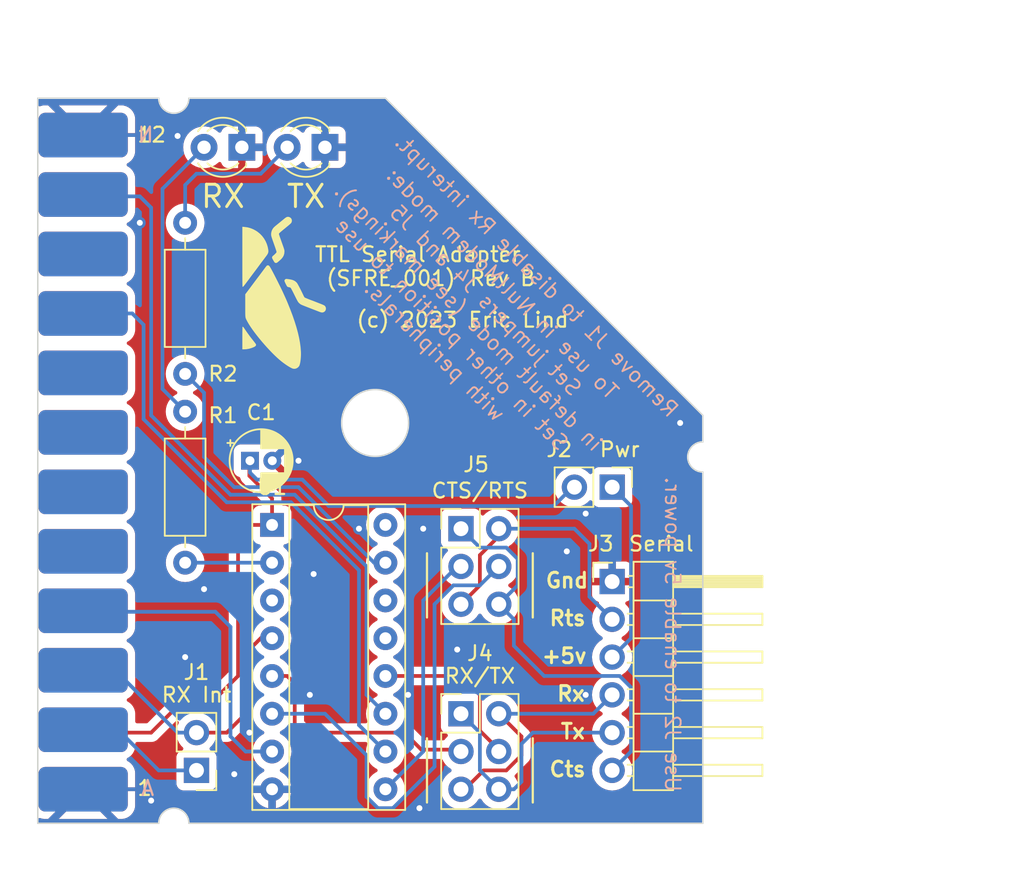
<source format=kicad_pcb>
(kicad_pcb (version 20221018) (generator pcbnew)
  (layers (0 "F.Cu" signal) (31 "B.Cu" signal) (34 "B.Paste" user) (35 "F.Paste" user) (36 "B.SilkS" user "B.Silkscreen") (37 "F.SilkS" user "F.Silkscreen") (38 "B.Mask" user) (39 "F.Mask" user) (44 "Edge.Cuts" user))
  (net 0 "")
  (net 1 "+5V")
  (net 2 "GND")
  (net 3 "RX")
  (net 4 "TX")
  (net 5 "CTS")
  (net 6 "RTS")
  (net 7 "Net-(CN1-FLAG)")
  (net 8 "Net-(CN1-PB0)")
  (net 9 "Net-(CN1-PB1)")
  (net 10 "Net-(CN1-PB6)")
  (net 11 "Net-(CN1-PA2)")
  (net 26 "Net-(J3-Pin_2)")
  (net 27 "Net-(J3-Pin_4)")
  (net 28 "Net-(J3-Pin_5)")
  (net 29 "Net-(J3-Pin_6)")
  (net 30 "Net-(J2-A)")
  (net 31 "Net-(R1-Pad1)")
  (net 32 "Net-(R2-Pad1)")
  (net 33 "Net-(D1-A)")
  (net 34 "Net-(D2-A)")
  (footprint "userport_cbm:userport_cbm" (layer "F.Cu") (at 133.096 129.442 180)
    (fp_text reference "CN1" hide)
    (fp_text value "~" hide)
    (pad "1" smd roundrect (at 0 6 180) (size 6 3) (layers "F.Cu" "F.Paste") (roundrect_rratio 0.15) (net 2 "GND"))
    (pad "2" smd roundrect (at 0 10 180) (size 6 3) (layers "F.Cu" "F.Paste") (roundrect_rratio 0.15) (net 1 "+5V"))
    (pad "3" smd roundrect (at 0 14 180) (size 6 3) (layers "F.Cu" "F.Paste") (roundrect_rratio 0.15))
    (pad "4" smd roundrect (at 0 18 180) (size 6 3) (layers "F.Cu" "F.Paste") (roundrect_rratio 0.15))
    (pad "5" smd roundrect (at 0 22 180) (size 6 3) (layers "F.Cu" "F.Paste") (roundrect_rratio 0.15))
    (pad "6" smd roundrect (at 0 26 180) (size 6 3) (layers "F.Cu" "F.Paste") (roundrect_rratio 0.15))
    (pad "7" smd roundrect (at 0 30 180) (size 6 3) (layers "F.Cu" "F.Paste") (roundrect_rratio 0.15))
    (pad "8" smd roundrect (at 0 34 180) (size 6 3) (layers "F.Cu" "F.Paste") (roundrect_rratio 0.15))
    (pad "9" smd roundrect (at 0 38 180) (size 6 3) (layers "F.Cu" "F.Paste") (roundrect_rratio 0.15))
    (pad "10" smd roundrect (at 0 42 180) (size 6 3) (layers "F.Cu" "F.Paste") (roundrect_rratio 0.15))
    (pad "11" smd roundrect (at 0 46 180) (size 6 3) (layers "F.Cu" "F.Paste") (roundrect_rratio 0.15))
    (pad "12" smd roundrect (at 0 50 180) (size 6 3) (layers "F.Cu" "F.Paste") (roundrect_rratio 0.15) (net 2 "GND"))
    (pad "A" smd roundrect (at 0 6 180) (size 6 3) (layers "B.Cu" "B.Paste") (roundrect_rratio 0.15) (net 2 "GND"))
    (pad "B" smd roundrect (at 0 10 180) (size 6 3) (layers "B.Cu" "B.Paste") (roundrect_rratio 0.15) (net 7 "Net-(CN1-FLAG)"))
    (pad "C" smd roundrect (at 0 14 180) (size 6 3) (layers "B.Cu" "B.Paste") (roundrect_rratio 0.15) (net 8 "Net-(CN1-PB0)"))
    (pad "D" smd roundrect (at 0 18 180) (size 6 3) (layers "B.Cu" "B.Paste") (roundrect_rratio 0.15) (net 9 "Net-(CN1-PB1)"))
    (pad "E" smd roundrect (at 0 22 180) (size 6 3) (layers "B.Cu" "B.Paste") (roundrect_rratio 0.15))
    (pad "F" smd roundrect (at 0 26 180) (size 6 3) (layers "B.Cu" "B.Paste") (roundrect_rratio 0.15))
    (pad "H" smd roundrect (at 0 30 180) (size 6 3) (layers "B.Cu" "B.Paste") (roundrect_rratio 0.15))
    (pad "J" smd roundrect (at 0 34 180) (size 6 3) (layers "B.Cu" "B.Paste") (roundrect_rratio 0.15))
    (pad "K" smd roundrect (at 0 38 180) (size 6 3) (layers "B.Cu" "B.Paste") (roundrect_rratio 0.15) (net 10 "Net-(CN1-PB6)"))
    (pad "L" smd roundrect (at 0 42 180) (size 6 3) (layers "B.Cu" "B.Paste") (roundrect_rratio 0.15))
    (pad "M" smd roundrect (at 0 46 180) (size 6 3) (layers "B.Cu" "B.Paste") (roundrect_rratio 0.15) (net 11 "Net-(CN1-PA2)"))
    (pad "N" smd roundrect (at 0 50 180) (size 6 3) (layers "B.Cu" "B.Paste") (roundrect_rratio 0.15) (net 2 "GND"))
  )
  (footprint "Connector_PinHeader_2.54mm:PinHeader_2x03_P2.54mm_Vertical" (layer "F.Cu") (at 158.496 105.918)
    (fp_text reference "J5" (at 1.016 -4.318) (layer "F.SilkS"))
    (fp_text value "CTS/RTS" (at 1.27 -2.555) (layer "F.SilkS"))
    (pad "1" thru_hole rect (at 0 0) (size 1.7 1.7) (drill 1) (layers "*.Cu" "*.Mask") (net 29 "Net-(J3-Pin_6)"))
    (pad "2" thru_hole oval (at 2.54 0) (size 1.7 1.7) (drill 1) (layers "*.Cu" "*.Mask") (net 26 "Net-(J3-Pin_2)"))
    (pad "3" thru_hole oval (at 0 2.54) (size 1.7 1.7) (drill 1) (layers "*.Cu" "*.Mask") (net 5 "CTS"))
    (pad "4" thru_hole oval (at 2.54 2.54) (size 1.7 1.7) (drill 1) (layers "*.Cu" "*.Mask") (net 6 "RTS"))
    (pad "5" thru_hole oval (at 0 5.08) (size 1.7 1.7) (drill 1) (layers "*.Cu" "*.Mask") (net 26 "Net-(J3-Pin_2)"))
    (pad "6" thru_hole oval (at 2.54 5.08) (size 1.7 1.7) (drill 1) (layers "*.Cu" "*.Mask") (net 29 "Net-(J3-Pin_6)"))
  )
  (footprint "Package_DIP:DIP-16_W7.62mm_Socket" (layer "F.Cu") (at 145.796 105.664)
    (fp_text reference "U1" (at 0 -2.54) (layer "F.SilkS"))
    (fp_text value "4050")
    (pad "1" thru_hole rect (at 0 0) (size 1.6 1.6) (drill 0.8) (layers "*.Cu" "*.Mask") (net 1 "+5V"))
    (pad "2" thru_hole oval (at 0 2.54) (size 1.6 1.6) (drill 0.8) (layers "*.Cu" "*.Mask") (net 31 "Net-(R1-Pad1)"))
    (pad "3" thru_hole oval (at 0 5.08) (size 1.6 1.6) (drill 0.8) (layers "*.Cu" "*.Mask") (net 3 "RX"))
    (pad "4" thru_hole oval (at 0 7.62) (size 1.6 1.6) (drill 0.8) (layers "*.Cu" "*.Mask") (net 8 "Net-(CN1-PB0)"))
    (pad "5" thru_hole oval (at 0 10.16) (size 1.6 1.6) (drill 0.8) (layers "*.Cu" "*.Mask") (net 3 "RX"))
    (pad "6" thru_hole oval (at 0 12.7) (size 1.6 1.6) (drill 0.8) (layers "*.Cu" "*.Mask") (net 6 "RTS"))
    (pad "7" thru_hole oval (at 0 15.24) (size 1.6 1.6) (drill 0.8) (layers "*.Cu" "*.Mask") (net 9 "Net-(CN1-PB1)"))
    (pad "8" thru_hole oval (at 0 17.78) (size 1.6 1.6) (drill 0.8) (layers "*.Cu" "*.Mask") (net 2 "GND"))
    (pad "9" thru_hole oval (at 7.62 17.78) (size 1.6 1.6) (drill 0.8) (layers "*.Cu" "*.Mask") (net 5 "CTS"))
    (pad "10" thru_hole oval (at 7.62 15.24) (size 1.6 1.6) (drill 0.8) (layers "*.Cu" "*.Mask") (net 10 "Net-(CN1-PB6)"))
    (pad "11" thru_hole oval (at 7.62 12.7) (size 1.6 1.6) (drill 0.8) (layers "*.Cu" "*.Mask") (net 11 "Net-(CN1-PA2)"))
    (pad "12" thru_hole oval (at 7.62 10.16) (size 1.6 1.6) (drill 0.8) (layers "*.Cu" "*.Mask") (net 4 "TX"))
    (pad "13" thru_hole oval (at 7.62 7.62) (size 1.6 1.6) (drill 0.8) (layers "*.Cu" "*.Mask"))
    (pad "14" thru_hole oval (at 7.62 5.08) (size 1.6 1.6) (drill 0.8) (layers "*.Cu" "*.Mask") (net 4 "TX"))
    (pad "15" thru_hole oval (at 7.62 2.54) (size 1.6 1.6) (drill 0.8) (layers "*.Cu" "*.Mask") (net 32 "Net-(R2-Pad1)"))
    (pad "16" thru_hole oval (at 7.62 0) (size 1.6 1.6) (drill 0.8) (layers "*.Cu" "*.Mask"))
  )
  (footprint "Connector_PinHeader_2.54mm:PinHeader_1x02_P2.54mm_Vertical" (layer "F.Cu") (at 168.661 103.124 -90)
    (fp_text reference "J2" (at -2.54 3.561 -180) (layer "F.SilkS"))
    (fp_text value "Pwr" (at -2.54 -0.503) (layer "F.SilkS"))
    (pad "1" thru_hole rect (at 0 0 270) (size 1.7 1.7) (drill 1) (layers "*.Cu" "*.Mask") (net 30 "Net-(J2-A)"))
    (pad "2" thru_hole oval (at 0 2.54 270) (size 1.7 1.7) (drill 1) (layers "*.Cu" "*.Mask") (net 1 "+5V"))
  )
  (footprint "Capacitor_THT:CP_Radial_D4.0mm_P1.50mm" (layer "F.Cu") (at 144.311401 101.346)
    (fp_text reference "C1" (at 0.75 -3.25) (layer "F.SilkS"))
    (fp_text value "C")
    (pad "1" thru_hole rect (at 0 0) (size 1.2 1.2) (drill 0.6) (layers "*.Cu" "*.Mask") (net 1 "+5V"))
    (pad "2" thru_hole circle (at 1.5 0) (size 1.2 1.2) (drill 0.6) (layers "*.Cu" "*.Mask") (net 2 "GND"))
  )
  (footprint "Connector_PinHeader_2.54mm:PinHeader_1x06_P2.54mm_Horizontal" (layer "F.Cu") (at 168.656 109.474)
    (fp_text reference "J3" (at -0.762 -2.54) (layer "F.SilkS"))
    (fp_text value "Serial" (at 3.302 -2.54) (layer "F.SilkS"))
    (pad "1" thru_hole rect (at 0 0) (size 1.7 1.7) (drill 1) (layers "*.Cu" "*.Mask") (net 2 "GND"))
    (pad "2" thru_hole oval (at 0 2.54) (size 1.7 1.7) (drill 1) (layers "*.Cu" "*.Mask") (net 26 "Net-(J3-Pin_2)"))
    (pad "3" thru_hole oval (at 0 5.08) (size 1.7 1.7) (drill 1) (layers "*.Cu" "*.Mask") (net 30 "Net-(J2-A)"))
    (pad "4" thru_hole oval (at 0 7.62) (size 1.7 1.7) (drill 1) (layers "*.Cu" "*.Mask") (net 27 "Net-(J3-Pin_4)"))
    (pad "5" thru_hole oval (at 0 10.16) (size 1.7 1.7) (drill 1) (layers "*.Cu" "*.Mask") (net 28 "Net-(J3-Pin_5)"))
    (pad "6" thru_hole oval (at 0 12.7) (size 1.7 1.7) (drill 1) (layers "*.Cu" "*.Mask") (net 29 "Net-(J3-Pin_6)"))
  )
  (footprint "Resistor_THT:R_Axial_DIN0207_L6.3mm_D2.5mm_P10.16mm_Horizontal" (layer "F.Cu") (at 139.954 95.504 90)
    (fp_text reference "R2" (at 0 2.54 180) (layer "F.SilkS"))
    (fp_text value "680")
    (pad "1" thru_hole circle (at 0 0 90) (size 1.6 1.6) (drill 0.8) (layers "*.Cu" "*.Mask") (net 32 "Net-(R2-Pad1)"))
    (pad "2" thru_hole oval (at 10.16 0 90) (size 1.6 1.6) (drill 0.8) (layers "*.Cu" "*.Mask") (net 34 "Net-(D2-A)"))
  )
  (footprint "LED_THT:LED_D3.0mm" (layer "F.Cu") (at 143.764 80.264 180)
    (fp_text reference "D1" hide)
    (fp_text value "RX" (at 1.27 -3.302) (layer "F.SilkS") (effects (font (size 1.5 1.5) (thickness 0.2))))
    (pad "1" thru_hole rect (at 0 0 180) (size 1.8 1.8) (drill 0.9) (layers "*.Cu" "*.Mask") (net 2 "GND"))
    (pad "2" thru_hole circle (at 2.54 0 180) (size 1.8 1.8) (drill 0.9) (layers "*.Cu" "*.Mask") (net 33 "Net-(D1-A)"))
  )
  (footprint "Connector_PinHeader_2.54mm:PinHeader_1x02_P2.54mm_Vertical" (layer "F.Cu") (at 140.716 122.174 180)
    (fp_text reference "J1" (at 0 6.604) (layer "F.SilkS"))
    (fp_text value "RX Int" (at 0 5.08) (layer "F.SilkS"))
    (pad "1" thru_hole rect (at 0 0 180) (size 1.7 1.7) (drill 1) (layers "*.Cu" "*.Mask") (net 7 "Net-(CN1-FLAG)"))
    (pad "2" thru_hole oval (at 0 2.54 180) (size 1.7 1.7) (drill 1) (layers "*.Cu" "*.Mask") (net 8 "Net-(CN1-PB0)"))
  )
  (footprint "LOGO" (layer "F.Cu") (at 146.558 90.17)
    (fp_text reference "G***" hide)
    (fp_text value "LOGO" hide)
  )
  (footprint "LED_THT:LED_D3.0mm" (layer "F.Cu") (at 149.352 80.264 180)
    (fp_text reference "D2" hide)
    (fp_text value "TX" (at 1.27 -3.302) (layer "F.SilkS") (effects (font (size 1.5 1.5) (thickness 0.2))))
    (pad "1" thru_hole rect (at 0 0 180) (size 1.8 1.8) (drill 0.9) (layers "*.Cu" "*.Mask") (net 2 "GND"))
    (pad "2" thru_hole circle (at 2.54 0 180) (size 1.8 1.8) (drill 0.9) (layers "*.Cu" "*.Mask") (net 34 "Net-(D2-A)"))
  )
  (footprint "Resistor_THT:R_Axial_DIN0207_L6.3mm_D2.5mm_P10.16mm_Horizontal" (layer "F.Cu") (at 139.954 108.204 90)
    (fp_text reference "R1" (at 9.906 2.54 180) (layer "F.SilkS"))
    (fp_text value "680")
    (pad "1" thru_hole circle (at 0 0 90) (size 1.6 1.6) (drill 0.8) (layers "*.Cu" "*.Mask") (net 31 "Net-(R1-Pad1)"))
    (pad "2" thru_hole oval (at 10.16 0 90) (size 1.6 1.6) (drill 0.8) (layers "*.Cu" "*.Mask") (net 33 "Net-(D1-A)"))
  )
  (footprint "Connector_PinHeader_2.54mm:PinHeader_2x03_P2.54mm_Vertical" (layer "F.Cu") (at 158.496 118.364)
    (fp_text reference "J4" (at 1.27 -4.064) (layer "F.SilkS"))
    (fp_text value "RX/TX" (at 1.27 -2.54) (layer "F.SilkS"))
    (pad "1" thru_hole rect (at 0 0) (size 1.7 1.7) (drill 1) (layers "*.Cu" "*.Mask") (net 28 "Net-(J3-Pin_5)"))
    (pad "2" thru_hole oval (at 2.54 0) (size 1.7 1.7) (drill 1) (layers "*.Cu" "*.Mask") (net 27 "Net-(J3-Pin_4)"))
    (pad "3" thru_hole oval (at 0 2.54) (size 1.7 1.7) (drill 1) (layers "*.Cu" "*.Mask") (net 3 "RX"))
    (pad "4" thru_hole oval (at 2.54 2.54) (size 1.7 1.7) (drill 1) (layers "*.Cu" "*.Mask") (net 4 "TX"))
    (pad "5" thru_hole oval (at 0 5.08) (size 1.7 1.7) (drill 1) (layers "*.Cu" "*.Mask") (net 27 "Net-(J3-Pin_4)"))
    (pad "6" thru_hole oval (at 2.54 5.08) (size 1.7 1.7) (drill 1) (layers "*.Cu" "*.Mask") (net 28 "Net-(J3-Pin_5)"))
  )
  (gr_line (start 163.322 120.015) (end 163.322 124.333) (stroke (width 0.15)) (layer "F.SilkS"))
  (gr_line (start 156.21 107.569) (end 156.21 111.887) (stroke (width 0.15)) (layer "F.SilkS"))
  (gr_line (start 163.322 107.569) (end 163.322 111.887) (stroke (width 0.15)) (layer "F.SilkS"))
  (gr_line (start 156.21 120.015) (end 156.21 124.333) (stroke (width 0.15)) (layer "F.SilkS"))
  (gr_line (start 138.176 76.962) (end 130.048 76.962) (stroke (width 0.1)) (layer "Edge.Cuts"))
  (gr_arc (start 174.752 102.108) (mid 173.736 101.092) (end 174.752 100.076) (stroke (width 0.1)) (layer "Edge.Cuts"))
  (gr_circle (center 152.725109 98.806) (end 154.975198 98.806) (stroke (width 0.1)) (fill none) (layer "Edge.Cuts"))
  (gr_line (start 130.048 76.962) (end 130.048 125.73) (stroke (width 0.1)) (layer "Edge.Cuts"))
  (gr_line (start 151.892 125.73) (end 170.18 125.73) (stroke (width 0.1)) (layer "Edge.Cuts"))
  (gr_line (start 170.18 125.73) (end 174.752 125.73) (stroke (width 0.1)) (layer "Edge.Cuts"))
  (gr_line (start 174.752 98.298) (end 153.416 76.962) (stroke (width 0.1)) (layer "Edge.Cuts"))
  (gr_line (start 140.208 125.73) (end 151.892 125.73) (stroke (width 0.1)) (layer "Edge.Cuts"))
  (gr_line (start 140.208 76.962) (end 153.416 76.962) (stroke (width 0.1)) (layer "Edge.Cuts"))
  (gr_line (start 138.176 125.73) (end 130.048 125.73) (stroke (width 0.1)) (layer "Edge.Cuts"))
  (gr_arc (start 138.176 125.73) (mid 139.192 124.714) (end 140.208 125.73) (stroke (width 0.1)) (layer "Edge.Cuts"))
  (gr_line (start 174.752 98.298) (end 174.752 100.076) (stroke (width 0.1)) (layer "Edge.Cuts"))
  (gr_arc (start 140.208 76.962) (mid 139.192 77.978) (end 138.176 76.962) (stroke (width 0.1)) (layer "Edge.Cuts"))
  (gr_line (start 174.752 125.73) (end 174.752 102.108) (stroke (width 0.1)) (layer "Edge.Cuts"))
  (gr_text "To use in NullModem mode:\nSet jumpers J4 and J5\nin default mode (see markings).\nSet in other position to use\nwith peripherals." (at 159.004 91.694 315) (layer "B.SilkS") (effects (font (size 1 1) (thickness 0.125)) (justify mirror)))
  (gr_text "A" (at 136.906 123.952) (layer "B.SilkS") (effects (font (size 1 1)) (justify left bottom)))
  (gr_text "Remove J1 to disable Rx interupt." (at 163.576 88.9 315) (layer "B.SilkS") (effects (font (size 1 1) (thickness 0.125)) (justify mirror)))
  (gr_text "Use J2 to enable 5v power." (at 172.72 113.03 -90) (layer "B.SilkS") (effects (font (size 1 1) (thickness 0.125)) (justify mirror)))
  (gr_text "N" (at 137.922 80.01) (layer "B.SilkS") (effects (font (size 1 1)) (justify left bottom mirror)))
  (gr_text "(c) 2023 Eric Lind" (at 151.384 92.456) (layer "F.SilkS") (effects (font (size 1 1)) (justify left bottom)))
  (gr_text "1" (at 136.652 123.952) (layer "F.SilkS") (effects (font (size 1 1)) (justify left bottom)))
  (gr_text "Tx" (at 165.1 120.142) (layer "F.SilkS") (effects (font (size 1 1) (thickness 0.2) bold) (justify left bottom)))
  (gr_text "Rx" (at 164.846 117.602) (layer "F.SilkS") (effects (font (size 1 1) (thickness 0.2) bold) (justify left bottom)))
  (gr_text "Rev B" (at 159.004 89.662) (layer "F.SilkS") (effects (font (size 1 1)) (justify left bottom)))
  (gr_text "+5v" (at 163.83 115.062) (layer "F.SilkS") (effects (font (size 1 1) (thickness 0.2) bold) (justify left bottom)))
  (gr_text "Cts" (at 164.338 122.682) (layer "F.SilkS") (effects (font (size 1 1) (thickness 0.2) bold) (justify left bottom)))
  (gr_text "Rts" (at 164.338 112.522) (layer "F.SilkS") (effects (font (size 1 1) (thickness 0.2) bold) (justify left bottom)))
  (gr_text "TTL Serial Adapter\n (SFRE_001)" (at 148.59 89.662) (layer "F.SilkS") (effects (font (size 1 1)) (justify left bottom)))
  (gr_text "12" (at 136.652 80.01) (layer "F.SilkS") (effects (font (size 1 1)) (justify left bottom)))
  (gr_text "Gnd" (at 164.084 109.982) (layer "F.SilkS") (effects (font (size 1 1) (thickness 0.2) bold) (justify left bottom)))
  (segment (start 133.096 119.442) (end 133.288 119.634) (width 0.25) (layer "F.Cu") (net 1))
  (segment (start 143.51 115.824) (end 143.51 106.426) (width 0.25) (layer "F.Cu") (net 1))
  (segment (start 144.272 102.362) (end 145.796 103.886) (width 0.25) (layer "F.Cu") (net 1))
  (segment (start 143.51 106.426) (end 144.272 105.664) (width 0.25) (layer "F.Cu") (net 1))
  (segment (start 144.272 105.664) (end 145.796 105.664) (width 0.25) (layer "F.Cu") (net 1))
  (segment (start 139.7 117.602) (end 141.732 117.602) (width 0.25) (layer "F.Cu") (net 1))
  (segment (start 144.311401 101.346) (end 144.272 101.385401) (width 0.25) (layer "F.Cu") (net 1))
  (segment (start 141.732 117.602) (end 143.51 115.824) (width 0.25) (layer "F.Cu") (net 1))
  (segment (start 137.668 119.634) (end 139.7 117.602) (width 0.25) (layer "F.Cu") (net 1))
  (segment (start 145.796 103.886) (end 145.796 105.664) (width 0.25) (layer "F.Cu") (net 1))
  (segment (start 133.288 119.634) (end 137.668 119.634) (width 0.25) (layer "F.Cu") (net 1))
  (segment (start 144.272 101.385401) (end 144.272 102.362) (width 0.25) (layer "F.Cu") (net 1))
  (segment (start 144.311401 102.147401) (end 144.311401 101.346) (width 0.25) (layer "B.Cu") (net 1))
  (segment (start 164.725 104.394) (end 149.606 104.394) (width 0.25) (layer "B.Cu") (net 1))
  (segment (start 149.606 104.394) (end 147.828 102.616) (width 0.25) (layer "B.Cu") (net 1))
  (segment (start 147.828 102.616) (end 144.78 102.616) (width 0.25) (layer "B.Cu") (net 1))
  (segment (start 166.121 102.998) (end 164.725 104.394) (width 0.25) (layer "B.Cu") (net 1))
  (segment (start 144.78 102.616) (end 144.311401 102.147401) (width 0.25) (layer "B.Cu") (net 1))
  (segment (start 133.096 79.442) (end 136.846 79.442) (width 0.25) (layer "F.Cu") (net 2))
  (segment (start 136.846 79.442) (end 136.906 79.502) (width 0.25) (layer "F.Cu") (net 2))
  (segment (start 133.096 123.442) (end 136.904 123.442) (width 0.25) (layer "F.Cu") (net 2))
  (via (at 165.608 107.442) (size 0.8) (drill 0.4) (layers "F.Cu" "B.Cu") (net 2))
  (via (at 155.956 105.918) (size 0.8) (drill 0.4) (layers "F.Cu" "B.Cu") (net 2))
  (via (at 141.224 109.982) (size 0.8) (drill 0.4) (layers "F.Cu" "B.Cu") (net 2))
  (via (at 158.242 114.046) (size 0.8) (drill 0.4) (layers "F.Cu" "B.Cu") (net 2))
  (via (at 151.638 105.918) (size 0.8) (drill 0.4) (layers "F.Cu" "B.Cu") (net 2))
  (via (at 136.906 85.344) (size 0.8) (drill 0.4) (layers "F.Cu" "B.Cu") (net 2))
  (via (at 144.272 119.634) (size 0.8) (drill 0.4) (layers "F.Cu" "B.Cu") (net 2))
  (via (at 148.336 117.094) (size 0.8) (drill 0.4) (layers "F.Cu" "B.Cu") (net 2))
  (via (at 137.668 124.206) (size 0.8) (drill 0.4) (layers "F.Cu" "B.Cu") (net 2))
  (via (at 148.59 108.966) (size 0.8) (drill 0.4) (layers "F.Cu" "B.Cu") (net 2))
  (via (at 139.446 79.502) (size 0.8) (drill 0.4) (layers "F.Cu" "B.Cu") (net 2))
  (via (at 143.256 122.428) (size 0.8) (drill 0.4) (layers "F.Cu" "B.Cu") (net 2))
  (via (at 166.878 117.094) (size 0.8) (drill 0.4) (layers "F.Cu" "B.Cu") (net 2))
  (via (at 139.954 114.554) (size 0.8) (drill 0.4) (layers "F.Cu" "B.Cu") (net 2))
  (via (at 173.228 98.806) (size 0.8) (drill 0.4) (layers "F.Cu" "B.Cu") (net 2))
  (via (at 155.702 124.714) (size 0.8) (drill 0.4) (layers "F.Cu" "B.Cu") (net 2))
  (via (at 166.878 104.902) (size 0.8) (drill 0.4) (layers "F.Cu" "B.Cu") (net 2))
  (via (at 154.94 117.094) (size 0.8) (drill 0.4) (layers "F.Cu" "B.Cu") (net 2))
  (via (at 147.574 101.346) (size 0.8) (drill 0.4) (layers "F.Cu" "B.Cu") (net 2))
  (segment (start 133.096 79.442) (end 136.712 79.442) (width 0.25) (layer "B.Cu") (net 2))
  (segment (start 133.096 123.442) (end 136.904 123.442) (width 0.25) (layer "B.Cu") (net 2))
  (segment (start 136.712 79.442) (end 136.906 79.248) (width 0.25) (layer "B.Cu") (net 2))
  (segment (start 147.32 119.126) (end 147.32 116.332) (width 0.25) (layer "F.Cu") (net 3))
  (segment (start 154.686 119.634) (end 147.828 119.634) (width 0.25) (layer "F.Cu") (net 3))
  (segment (start 146.812 115.824) (end 145.796 115.824) (width 0.25) (layer "F.Cu") (net 3))
  (segment (start 147.828 119.634) (end 147.32 119.126) (width 0.25) (layer "F.Cu") (net 3))
  (segment (start 158.496 120.778) (end 155.83 120.778) (width 0.25) (layer "F.Cu") (net 3))
  (segment (start 147.32 116.332) (end 146.812 115.824) (width 0.25) (layer "F.Cu") (net 3))
  (segment (start 155.83 120.778) (end 154.686 119.634) (width 0.25) (layer "F.Cu") (net 3))
  (segment (start 161.036 120.778) (end 159.766 119.508) (width 0.25) (layer "F.Cu") (net 4))
  (segment (start 159.766 117.094) (end 158.496 115.824) (width 0.25) (layer "F.Cu") (net 4))
  (segment (start 158.496 115.824) (end 153.416 115.824) (width 0.25) (layer "F.Cu") (net 4))
  (segment (start 159.766 119.508) (end 159.766 117.094) (width 0.25) (layer "F.Cu") (net 4))
  (segment (start 155.956 120.904) (end 153.416 123.444) (width 0.25) (layer "B.Cu") (net 5))
  (segment (start 158.496 108.458) (end 158.242 108.458) (width 0.25) (layer "B.Cu") (net 5))
  (segment (start 158.242 108.458) (end 155.956 110.744) (width 0.25) (layer "B.Cu") (net 5))
  (segment (start 155.956 110.744) (end 155.956 120.904) (width 0.25) (layer "B.Cu") (net 5))
  (segment (start 156.718 110.998) (end 156.718 121.92) (width 0.25) (layer "B.Cu") (net 6))
  (segment (start 152.146 121.158) (end 149.352 118.364) (width 0.25) (layer "B.Cu") (net 6))
  (segment (start 159.766 109.728) (end 157.988 109.728) (width 0.25) (layer "B.Cu") (net 6))
  (segment (start 152.146 123.952) (end 152.146 121.158) (width 0.25) (layer "B.Cu") (net 6))
  (segment (start 149.352 118.364) (end 145.796 118.364) (width 0.25) (layer "B.Cu") (net 6))
  (segment (start 157.988 109.728) (end 156.718 110.998) (width 0.25) (layer "B.Cu") (net 6))
  (segment (start 161.036 108.458) (end 159.766 109.728) (width 0.25) (layer "B.Cu") (net 6))
  (segment (start 156.718 121.92) (end 153.924 124.714) (width 0.25) (layer "B.Cu") (net 6))
  (segment (start 153.924 124.714) (end 152.908 124.714) (width 0.25) (layer "B.Cu") (net 6))
  (segment (start 152.908 124.714) (end 152.146 123.952) (width 0.25) (layer "B.Cu") (net 6))
  (segment (start 138.176 122.174) (end 135.444 119.442) (width 0.25) (layer "B.Cu") (net 7))
  (segment (start 135.444 119.442) (end 133.096 119.442) (width 0.25) (layer "B.Cu") (net 7))
  (segment (start 140.716 122.174) (end 138.176 122.174) (width 0.25) (layer "B.Cu") (net 7))
  (segment (start 142.748 119.634) (end 144.272 118.11) (width 0.25) (layer "F.Cu") (net 8))
  (segment (start 144.272 114.046) (end 145.034 113.284) (width 0.25) (layer "F.Cu") (net 8))
  (segment (start 144.272 118.11) (end 144.272 114.046) (width 0.25) (layer "F.Cu") (net 8))
  (segment (start 140.716 119.634) (end 142.748 119.634) (width 0.25) (layer "F.Cu") (net 8))
  (segment (start 145.034 113.284) (end 145.796 113.284) (width 0.25) (layer "F.Cu") (net 8))
  (segment (start 135.128 115.316) (end 133.222 115.316) (width 0.25) (layer "B.Cu") (net 8))
  (segment (start 133.222 115.316) (end 133.096 115.442) (width 0.25) (layer "B.Cu") (net 8))
  (segment (start 140.716 119.634) (end 139.446 119.634) (width 0.25) (layer "B.Cu") (net 8))
  (segment (start 139.446 119.634) (end 135.128 115.316) (width 0.25) (layer "B.Cu") (net 8))
  (segment (start 143.002 119.888) (end 144.018 120.904) (width 0.25) (layer "B.Cu") (net 9))
  (segment (start 143.002 112.522) (end 141.986 111.506) (width 0.25) (layer "B.Cu") (net 9))
  (segment (start 144.018 120.904) (end 145.796 120.904) (width 0.25) (layer "B.Cu") (net 9))
  (segment (start 143.002 112.522) (end 143.002 119.888) (width 0.25) (layer "B.Cu") (net 9))
  (segment (start 133.16 111.506) (end 133.096 111.442) (width 0.25) (layer "B.Cu") (net 9))
  (segment (start 141.986 111.506) (end 133.16 111.506) (width 0.25) (layer "B.Cu") (net 9))
  (segment (start 151.638 119.126) (end 153.416 120.904) (width 0.25) (layer "B.Cu") (net 10))
  (segment (start 137.16 92.202) (end 137.16 98.552) (width 0.25) (layer "B.Cu") (net 10))
  (segment (start 151.638 108.712) (end 151.638 119.126) (width 0.25) (layer "B.Cu") (net 10))
  (segment (start 136.4 91.442) (end 137.16 92.202) (width 0.25) (layer "B.Cu") (net 10))
  (segment (start 137.16 98.552) (end 142.748 104.14) (width 0.25) (layer "B.Cu") (net 10))
  (segment (start 142.748 104.14) (end 147.066 104.14) (width 0.25) (layer "B.Cu") (net 10))
  (segment (start 133.096 91.442) (end 136.4 91.442) (width 0.25) (layer "B.Cu") (net 10))
  (segment (start 147.066 104.14) (end 151.638 108.712) (width 0.25) (layer "B.Cu") (net 10))
  (segment (start 137.668 98.298) (end 143.002 103.632) (width 0.25) (layer "B.Cu") (net 11))
  (segment (start 152.146 117.094) (end 153.416 118.364) (width 0.25) (layer "B.Cu") (net 11))
  (segment (start 137.668 84.328) (end 137.668 98.298) (width 0.25) (layer "B.Cu") (net 11))
  (segment (start 152.146 108.458) (end 152.146 117.094) (width 0.25) (layer "B.Cu") (net 11))
  (segment (start 147.32 103.632) (end 152.146 108.458) (width 0.25) (layer "B.Cu") (net 11))
  (segment (start 133.096 83.442) (end 133.22 83.566) (width 0.25) (layer "B.Cu") (net 11))
  (segment (start 133.22 83.566) (end 136.906 83.566) (width 0.25) (layer "B.Cu") (net 11))
  (segment (start 136.906 83.566) (end 137.668 84.328) (width 0.25) (layer "B.Cu") (net 11))
  (segment (start 143.002 103.632) (end 147.32 103.632) (width 0.25) (layer "B.Cu") (net 11))
  (segment (start 159.766 109.728) (end 158.496 110.998) (width 0.25) (layer "F.Cu") (net 26))
  (segment (start 161.036 106.426) (end 159.766 107.696) (width 0.25) (layer "F.Cu") (net 26))
  (segment (start 161.036 105.918) (end 161.036 106.426) (width 0.25) (layer "F.Cu") (net 26))
  (segment (start 159.766 107.696) (end 159.766 109.728) (width 0.25) (layer "F.Cu") (net 26))
  (segment (start 166.116 105.918) (end 167.132 106.934) (width 0.25) (layer "B.Cu") (net 26))
  (segment (start 167.132 110.49) (end 168.656 112.014) (width 0.25) (layer "B.Cu") (net 26))
  (segment (start 161.036 105.918) (end 166.116 105.918) (width 0.25) (layer "B.Cu") (net 26))
  (segment (start 167.132 106.934) (end 167.132 110.49) (width 0.25) (layer "B.Cu") (net 26))
  (segment (start 158.496 123.318) (end 158.876 123.318) (width 0.25) (layer "F.Cu") (net 27))
  (segment (start 161.544 122.174) (end 162.56 121.158) (width 0.25) (layer "F.Cu") (net 27))
  (segment (start 160.02 122.174) (end 161.544 122.174) (width 0.25) (layer "F.Cu") (net 27))
  (segment (start 158.876 123.318) (end 160.02 122.174) (width 0.25) (layer "F.Cu") (net 27))
  (segment (start 162.56 119.888) (end 161.036 118.364) (width 0.25) (layer "F.Cu") (net 27))
  (segment (start 162.56 121.158) (end 162.56 119.888) (width 0.25) (layer "F.Cu") (net 27))
  (segment (start 161.162 118.364) (end 161.036 118.238) (width 0.25) (layer "B.Cu") (net 27))
  (segment (start 168.656 117.094) (end 167.386 118.364) (width 0.25) (layer "B.Cu") (net 27))
  (segment (start 167.386 118.364) (end 161.162 118.364) (width 0.25) (layer "B.Cu") (net 27))
  (segment (start 162.56 120.396) (end 162.56 122.936) (width 0.25) (layer "B.Cu") (net 28))
  (segment (start 161.162 123.444) (end 161.036 123.318) (width 0.25) (layer "B.Cu") (net 28))
  (segment (start 168.656 119.634) (end 163.322 119.634) (width 0.25) (layer "B.Cu") (net 28))
  (segment (start 162.56 122.936) (end 162.052 123.444) (width 0.25) (layer "B.Cu") (net 28))
  (segment (start 163.322 119.634) (end 162.56 120.396) (width 0.25) (layer "B.Cu") (net 28))
  (segment (start 158.496 118.364) (end 159.766 119.634) (width 0.25) (layer "B.Cu") (net 28))
  (segment (start 162.052 123.444) (end 161.162 123.444) (width 0.25) (layer "B.Cu") (net 28))
  (segment (start 159.766 122.174) (end 161.036 123.444) (width 0.25) (layer "B.Cu") (net 28))
  (segment (start 159.766 119.634) (end 159.766 122.174) (width 0.25) (layer "B.Cu") (net 28))
  (segment (start 162.052 113.792) (end 164.084 115.824) (width 0.25) (layer "B.Cu") (net 29))
  (segment (start 162.306 109.728) (end 161.036 110.998) (width 0.25) (layer "B.Cu") (net 29))
  (segment (start 162.306 107.95) (end 162.306 109.728) (width 0.25) (layer "B.Cu") (net 29))
  (segment (start 164.084 115.824) (end 169.164 115.824) (width 0.25) (layer "B.Cu") (net 29))
  (segment (start 162.052 112.014) (end 162.052 113.792) (width 0.25) (layer "B.Cu") (net 29))
  (segment (start 161.036 110.998) (end 162.052 112.014) (width 0.25) (layer "B.Cu") (net 29))
  (segment (start 169.164 115.824) (end 169.926 116.586) (width 0.25) (layer "B.Cu") (net 29))
  (segment (start 158.496 105.918) (end 159.766 107.188) (width 0.25) (layer "B.Cu") (net 29))
  (segment (start 159.766 107.188) (end 161.544 107.188) (width 0.25) (layer "B.Cu") (net 29))
  (segment (start 169.926 116.586) (end 169.926 120.904) (width 0.25) (layer "B.Cu") (net 29))
  (segment (start 169.926 120.904) (end 168.656 122.174) (width 0.25) (layer "B.Cu") (net 29))
  (segment (start 161.544 107.188) (end 162.306 107.95) (width 0.25) (layer "B.Cu") (net 29))
  (segment (start 168.661 103.129) (end 168.661 103.124) (width 0.25) (layer "B.Cu") (net 30))
  (segment (start 169.926 104.394) (end 168.661 103.129) (width 0.25) (layer "B.Cu") (net 30))
  (segment (start 168.656 114.554) (end 169.926 113.284) (width 0.25) (layer "B.Cu") (net 30))
  (segment (start 169.926 113.284) (end 169.926 104.394) (width 0.25) (layer "B.Cu") (net 30))
  (segment (start 145.922 108.204) (end 145.796 108.078) (width 0.25) (layer "F.Cu") (net 31))
  (segment (start 145.796 108.204) (end 139.954 108.204) (width 0.25) (layer "B.Cu") (net 31))
  (segment (start 143.256 103.124) (end 141.224 101.092) (width 0.25) (layer "B.Cu") (net 32))
  (segment (start 147.574 103.124) (end 143.256 103.124) (width 0.25) (layer "B.Cu") (net 32))
  (segment (start 141.224 96.774) (end 139.954 95.504) (width 0.25) (layer "B.Cu") (net 32))
  (segment (start 153.416 108.204) (end 152.654 108.204) (width 0.25) (layer "B.Cu") (net 32))
  (segment (start 152.654 108.204) (end 147.574 103.124) (width 0.25) (layer "B.Cu") (net 32))
  (segment (start 141.224 101.092) (end 141.224 96.774) (width 0.25) (layer "B.Cu") (net 32))
  (segment (start 138.43 83.058) (end 141.224 80.264) (width 0.25) (layer "B.Cu") (net 33))
  (segment (start 139.954 98.044) (end 138.43 96.52) (width 0.25) (layer "B.Cu") (net 33))
  (segment (start 138.43 96.52) (end 138.43 83.058) (width 0.25) (layer "B.Cu") (net 33))
  (segment (start 139.954 82.804) (end 140.716 82.042) (width 0.25) (layer "B.Cu") (net 34))
  (segment (start 139.954 85.344) (end 139.954 82.804) (width 0.25) (layer "B.Cu") (net 34))
  (segment (start 145.034 82.042) (end 146.812 80.264) (width 0.25) (layer "B.Cu") (net 34))
  (segment (start 140.716 82.042) (end 145.034 82.042) (width 0.25) (layer "B.Cu") (net 34))
  (zone (net 2) (net_name "GND") (layer "F.Cu") (connect_pads (clearance 0.5)) (min_thickness 0.25) (fill yes (thermal_gap 0.5) (thermal_bridge_width 0.5))
    (polygon (pts (xy 128.27 70.358) (xy 127.508 127.762) (xy 195.58 127.762) (xy 196.342 71.12) (xy 196.342 71.374)))
  )
  (zone (net 2) (net_name "GND") (layer "B.Cu") (priority 1) (connect_pads (clearance 0.5)) (min_thickness 0.25) (fill yes (thermal_gap 0.5) (thermal_bridge_width 0.5) (island_removal_mode 2) (island_area_min 10))
    (polygon (pts (xy 128.27 70.358) (xy 127.508 127.508) (xy 195.834 128.016) (xy 196.342 71.12) (xy 128.524 70.358)))
  )
)
</source>
